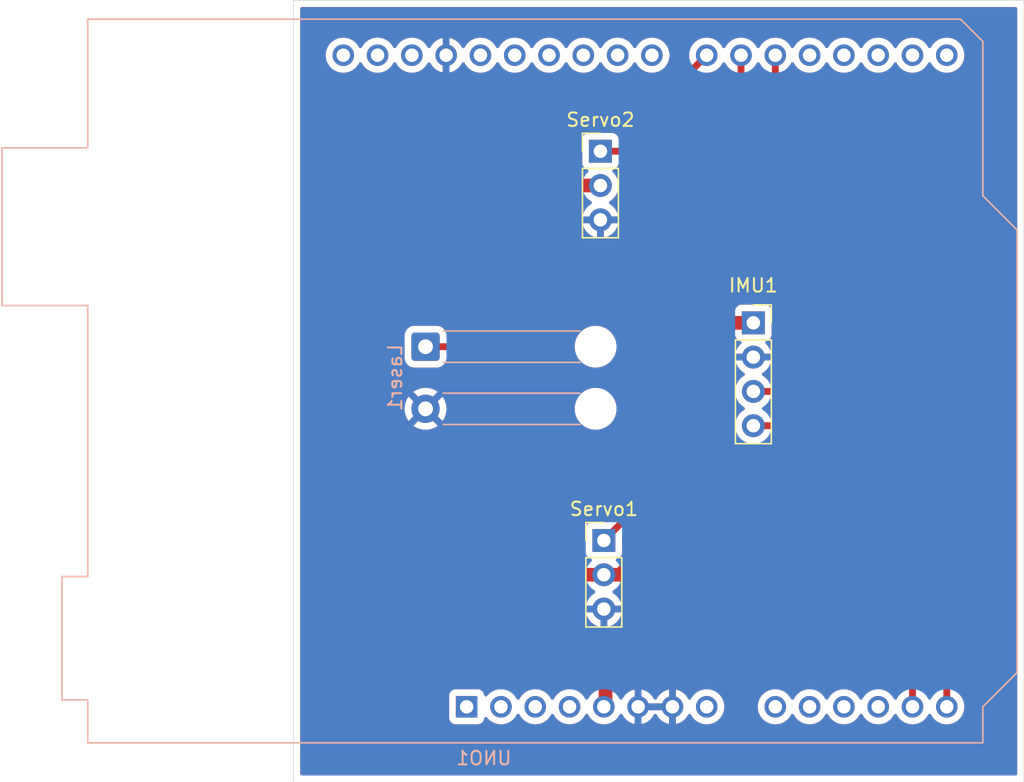
<source format=kicad_pcb>
(kicad_pcb (version 20240108) (generator "pcbnew") (generator_version "8.0")
  (layers (0 "F.Cu" signal) (31 "B.Cu" signal) (34 "B.Paste" user) (35 "F.Paste" user) (36 "B.SilkS" user "B.Silkscreen") (37 "F.SilkS" user "F.Silkscreen") (38 "B.Mask" user) (39 "F.Mask" user) (44 "Edge.Cuts" user))
  (net 0 "")
  (net 1 "+5V")
  (net 2 "GND")
  (net 3 "/IMU_SDA")
  (net 4 "/IMU_SCL")
  (net 5 "/LSR")
  (net 6 "/SV1")
  (net 7 "/SV2")
  (footprint "Connector_PinHeader_2.54mm:PinHeader_1x03_P2.54mm_Vertical" (layer "F.Cu") (at 175.895 54.864)
    (property "Reference" "Servo2" (at 0 -2.33 0) (layer "F.SilkS"))
    (property "Value" "Motor_Servo" (hide yes))
    (fp_line (start -1.33 -1.33) (end 0 -1.33) (stroke (width 0.12)) (layer "F.SilkS"))
    (fp_line (start -1.33 0) (end -1.33 -1.33) (stroke (width 0.12)) (layer "F.SilkS"))
    (fp_line (start -1.33 1.27) (end -1.33 6.41) (stroke (width 0.12)) (layer "F.SilkS"))
    (fp_line (start -1.33 1.27) (end 1.33 1.27) (stroke (width 0.12)) (layer "F.SilkS"))
    (fp_line (start -1.33 6.41) (end 1.33 6.41) (stroke (width 0.12)) (layer "F.SilkS"))
    (fp_line (start 1.33 1.27) (end 1.33 6.41) (stroke (width 0.12)) (layer "F.SilkS"))
    (pad "1" thru_hole rect (at 0 0) (size 1.7 1.7) (drill 1) (layers "*.Cu" "*.Mask") (net 7 "/SV2"))
    (pad "2" thru_hole oval (at 0 2.54) (size 1.7 1.7) (drill 1) (layers "*.Cu" "*.Mask") (net 1 "+5V"))
    (pad "3" thru_hole oval (at 0 5.08) (size 1.7 1.7) (drill 1) (layers "*.Cu" "*.Mask") (net 2 "GND"))
  )
  (footprint "Connector_PinSocket_2.54mm:PinSocket_1x04_P2.54mm_Vertical" (layer "F.Cu") (at 187.223 67.574)
    (property "Reference" "IMU1" (at 0 -2.77 0) (layer "F.SilkS"))
    (property "Value" "MPU-6050")
    (fp_line (start -1.33 1.27) (end -1.33 8.95) (stroke (width 0.12)) (layer "F.SilkS"))
    (fp_line (start -1.33 1.27) (end 1.33 1.27) (stroke (width 0.12)) (layer "F.SilkS"))
    (fp_line (start -1.33 8.95) (end 1.33 8.95) (stroke (width 0.12)) (layer "F.SilkS"))
    (fp_line (start 0 -1.33) (end 1.33 -1.33) (stroke (width 0.12)) (layer "F.SilkS"))
    (fp_line (start 1.33 -1.33) (end 1.33 0) (stroke (width 0.12)) (layer "F.SilkS"))
    (fp_line (start 1.33 1.27) (end 1.33 8.95) (stroke (width 0.12)) (layer "F.SilkS"))
    (pad "1" thru_hole rect (at 0 0) (size 1.7 1.7) (drill 1) (layers "*.Cu" "*.Mask") (net 1 "+5V"))
    (pad "2" thru_hole oval (at 0 2.54) (size 1.7 1.7) (drill 1) (layers "*.Cu" "*.Mask") (net 2 "GND"))
    (pad "3" thru_hole oval (at 0 5.08) (size 1.7 1.7) (drill 1) (layers "*.Cu" "*.Mask") (net 4 "/IMU_SCL"))
    (pad "4" thru_hole oval (at 0 7.62) (size 1.7 1.7) (drill 1) (layers "*.Cu" "*.Mask") (net 3 "/IMU_SDA"))
  )
  (footprint "Connector_PinHeader_2.54mm:PinHeader_1x03_P2.54mm_Vertical" (layer "F.Cu") (at 176.149 83.693)
    (property "Reference" "Servo1" (at 0 -2.33 0) (layer "F.SilkS"))
    (property "Value" "Motor_Servo" (hide yes))
    (fp_line (start -1.33 -1.33) (end 0 -1.33) (stroke (width 0.12)) (layer "F.SilkS"))
    (fp_line (start -1.33 0) (end -1.33 -1.33) (stroke (width 0.12)) (layer "F.SilkS"))
    (fp_line (start -1.33 1.27) (end -1.33 6.41) (stroke (width 0.12)) (layer "F.SilkS"))
    (fp_line (start -1.33 1.27) (end 1.33 1.27) (stroke (width 0.12)) (layer "F.SilkS"))
    (fp_line (start -1.33 6.41) (end 1.33 6.41) (stroke (width 0.12)) (layer "F.SilkS"))
    (fp_line (start 1.33 1.27) (end 1.33 6.41) (stroke (width 0.12)) (layer "F.SilkS"))
    (pad "1" thru_hole rect (at 0 0) (size 1.7 1.7) (drill 1) (layers "*.Cu" "*.Mask") (net 6 "/SV1"))
    (pad "2" thru_hole oval (at 0 2.54) (size 1.7 1.7) (drill 1) (layers "*.Cu" "*.Mask") (net 1 "+5V"))
    (pad "3" thru_hole oval (at 0 5.08) (size 1.7 1.7) (drill 1) (layers "*.Cu" "*.Mask") (net 2 "GND"))
  )
  (footprint "Connector_Wire:SolderWire-0.5sqmm_1x02_P4.6mm_D0.9mm_OD2.1mm_Relief" (layer "B.Cu") (at 162.941 69.342 -90)
    (property "Reference" "Laser1" (at 2.3 2.25 90) (layer "B.SilkS") (effects (justify mirror)))
    (property "Value" "Laser_Diode" (hide yes))
    (fp_line (start -1.16 -11.44) (end -1.16 -1.31) (stroke (width 0.12)) (layer "B.SilkS"))
    (fp_line (start 1.16 -11.44) (end 1.16 -1.31) (stroke (width 0.12)) (layer "B.SilkS"))
    (fp_line (start 3.44 -11.44) (end 3.44 -1.31) (stroke (width 0.12)) (layer "B.SilkS"))
    (fp_line (start 5.76 -11.44) (end 5.76 -1.31) (stroke (width 0.12)) (layer "B.SilkS"))
    (pad "" np_thru_hole circle (at 0 -12.6 270) (size 2.6 2.6) (drill 2.6) (layers "*.Cu" "*.Mask"))
    (pad "" np_thru_hole circle (at 4.6 -12.6 270) (size 2.6 2.6) (drill 2.6) (layers "*.Cu" "*.Mask"))
    (pad "1" thru_hole roundrect (at 0 0 270) (size 2.1 2.1) (drill 1.1) (layers "*.Cu" "*.Mask") (roundrect_rratio 0.119048) (net 5 "/LSR"))
    (pad "2" thru_hole circle (at 4.6 0 270) (size 2.1 2.1) (drill 1.1) (layers "*.Cu" "*.Mask") (net 2 "GND"))
  )
  (footprint "Module:Arduino_UNO_R3" (layer "B.Cu") (at 165.989 96.012)
    (property "Reference" "UNO1" (at 1.27 3.81 360) (layer "B.SilkS") (effects (justify mirror)))
    (property "Value" "Arduino_UNO_R3" (hide yes))
    (fp_line (start -34.42 -41.4) (end -34.42 -29.72) (stroke (width 0.12)) (layer "B.SilkS"))
    (fp_line (start -34.42 -29.72) (end -28.07 -29.72) (stroke (width 0.12)) (layer "B.SilkS"))
    (fp_line (start -29.97 -9.65) (end -29.97 -0.51) (stroke (width 0.12)) (layer "B.SilkS"))
    (fp_line (start -29.97 -0.51) (end -28.07 -0.51) (stroke (width 0.12)) (layer "B.SilkS"))
    (fp_line (start -28.07 -50.93) (end -28.07 -41.4) (stroke (width 0.12)) (layer "B.SilkS"))
    (fp_line (start -28.07 -41.4) (end -34.42 -41.4) (stroke (width 0.12)) (layer "B.SilkS"))
    (fp_line (start -28.07 -29.72) (end -28.07 -9.65) (stroke (width 0.12)) (layer "B.SilkS"))
    (fp_line (start -28.07 -9.65) (end -29.97 -9.65) (stroke (width 0.12)) (layer "B.SilkS"))
    (fp_line (start -28.07 -0.51) (end -28.07 2.67) (stroke (width 0.12)) (layer "B.SilkS"))
    (fp_line (start -28.07 2.67) (end 38.23 2.67) (stroke (width 0.12)) (layer "B.SilkS"))
    (fp_line (start 36.58 -50.93) (end -28.07 -50.93) (stroke (width 0.12)) (layer "B.SilkS"))
    (fp_line (start 38.23 -49.28) (end 36.58 -50.93) (stroke (width 0.12)) (layer "B.SilkS"))
    (fp_line (start 38.23 -37.85) (end 38.23 -49.28) (stroke (width 0.12)) (layer "B.SilkS"))
    (fp_line (start 38.23 0) (end 40.77 -2.54) (stroke (width 0.12)) (layer "B.SilkS"))
    (fp_line (start 38.23 2.67) (end 38.23 0) (stroke (width 0.12)) (layer "B.SilkS"))
    (fp_line (start 40.77 -35.31) (end 38.23 -37.85) (stroke (width 0.12)) (layer "B.SilkS"))
    (fp_line (start 40.77 -2.54) (end 40.77 -35.31) (stroke (width 0.12)) (layer "B.SilkS"))
    (pad "1" thru_hole rect (at 0 0 270) (size 1.6 1.6) (drill 1) (layers "*.Cu" "*.Mask"))
    (pad "2" thru_hole oval (at 2.54 0 270) (size 1.6 1.6) (drill 1) (layers "*.Cu" "*.Mask"))
    (pad "3" thru_hole oval (at 5.08 0 270) (size 1.6 1.6) (drill 1) (layers "*.Cu" "*.Mask"))
    (pad "4" thru_hole oval (at 7.62 0 270) (size 1.6 1.6) (drill 1) (layers "*.Cu" "*.Mask"))
    (pad "5" thru_hole oval (at 10.16 0 270) (size 1.6 1.6) (drill 1) (layers "*.Cu" "*.Mask") (net 1 "+5V"))
    (pad "6" thru_hole oval (at 12.7 0 270) (size 1.6 1.6) (drill 1) (layers "*.Cu" "*.Mask") (net 2 "GND"))
    (pad "7" thru_hole oval (at 15.24 0 270) (size 1.6 1.6) (drill 1) (layers "*.Cu" "*.Mask") (net 2 "GND"))
    (pad "8" thru_hole oval (at 17.78 0 270) (size 1.6 1.6) (drill 1) (layers "*.Cu" "*.Mask"))
    (pad "9" thru_hole oval (at 22.86 0 270) (size 1.6 1.6) (drill 1) (layers "*.Cu" "*.Mask"))
    (pad "10" thru_hole oval (at 25.4 0 270) (size 1.6 1.6) (drill 1) (layers "*.Cu" "*.Mask"))
    (pad "11" thru_hole oval (at 27.94 0 270) (size 1.6 1.6) (drill 1) (layers "*.Cu" "*.Mask"))
    (pad "12" thru_hole oval (at 30.48 0 270) (size 1.6 1.6) (drill 1) (layers "*.Cu" "*.Mask"))
    (pad "13" thru_hole oval (at 33.02 0 270) (size 1.6 1.6) (drill 1) (layers "*.Cu" "*.Mask") (net 3 "/IMU_SDA"))
    (pad "14" thru_hole oval (at 35.56 0 270) (size 1.6 1.6) (drill 1) (layers "*.Cu" "*.Mask") (net 4 "/IMU_SCL"))
    (pad "15" thru_hole oval (at 35.56 -48.26 270) (size 1.6 1.6) (drill 1) (layers "*.Cu" "*.Mask"))
    (pad "16" thru_hole oval (at 33.02 -48.26 270) (size 1.6 1.6) (drill 1) (layers "*.Cu" "*.Mask"))
    (pad "17" thru_hole oval (at 30.48 -48.26 270) (size 1.6 1.6) (drill 1) (layers "*.Cu" "*.Mask"))
    (pad "18" thru_hole oval (at 27.94 -48.26 270) (size 1.6 1.6) (drill 1) (layers "*.Cu" "*.Mask"))
    (pad "19" thru_hole oval (at 25.4 -48.26 270) (size 1.6 1.6) (drill 1) (layers "*.Cu" "*.Mask"))
    (pad "20" thru_hole oval (at 22.86 -48.26 270) (size 1.6 1.6) (drill 1) (layers "*.Cu" "*.Mask") (net 6 "/SV1"))
    (pad "21" thru_hole oval (at 20.32 -48.26 270) (size 1.6 1.6) (drill 1) (layers "*.Cu" "*.Mask") (net 7 "/SV2"))
    (pad "22" thru_hole oval (at 17.78 -48.26 270) (size 1.6 1.6) (drill 1) (layers "*.Cu" "*.Mask") (net 5 "/LSR"))
    (pad "23" thru_hole oval (at 13.72 -48.26 270) (size 1.6 1.6) (drill 1) (layers "*.Cu" "*.Mask"))
    (pad "24" thru_hole oval (at 11.18 -48.26 270) (size 1.6 1.6) (drill 1) (layers "*.Cu" "*.Mask"))
    (pad "25" thru_hole oval (at 8.64 -48.26 270) (size 1.6 1.6) (drill 1) (layers "*.Cu" "*.Mask"))
    (pad "26" thru_hole oval (at 6.1 -48.26 270) (size 1.6 1.6) (drill 1) (layers "*.Cu" "*.Mask"))
    (pad "27" thru_hole oval (at 3.56 -48.26 270) (size 1.6 1.6) (drill 1) (layers "*.Cu" "*.Mask"))
    (pad "28" thru_hole oval (at 1.02 -48.26 270) (size 1.6 1.6) (drill 1) (layers "*.Cu" "*.Mask"))
    (pad "29" thru_hole oval (at -1.52 -48.26 270) (size 1.6 1.6) (drill 1) (layers "*.Cu" "*.Mask") (net 2 "GND"))
    (pad "30" thru_hole oval (at -4.06 -48.26 270) (size 1.6 1.6) (drill 1) (layers "*.Cu" "*.Mask"))
    (pad "31" thru_hole oval (at -6.6 -48.26 270) (size 1.6 1.6) (drill 1) (layers "*.Cu" "*.Mask"))
    (pad "32" thru_hole oval (at -9.14 -48.26 270) (size 1.6 1.6) (drill 1) (layers "*.Cu" "*.Mask"))
  )
  (gr_rect (start 153.162 43.688) (end 207.264 101.6) (stroke (width 0.05)) (fill none) (layer "Edge.Cuts"))
  (segment (start 176.149 86.233) (end 177.351081 86.233) (width 1.016) (layer "F.Cu") (net 1))
  (segment (start 175.895 57.404) (end 174.244 57.404) (width 1.016) (layer "F.Cu") (net 1))
  (segment (start 185.029 67.574) (end 187.223 67.574) (width 1.016) (layer "F.Cu") (net 1))
  (segment (start 173.736 86.233) (end 176.149 86.233) (width 1.016) (layer "F.Cu") (net 1))
  (segment (start 171.45 88.519) (end 173.736 86.233) (width 1.016) (layer "F.Cu") (net 1))
  (segment (start 171.45 88.519) (end 171.577 88.646) (width 1.016) (layer "F.Cu") (net 1))
  (segment (start 174.244 57.404) (end 171.45 60.198) (width 1.016) (layer "F.Cu") (net 1))
  (segment (start 176.276 95.885) (end 176.276 93.345) (width 1.016) (layer "F.Cu") (net 1))
  (segment (start 171.45 60.198) (end 171.45 88.519) (width 1.016) (layer "F.Cu") (net 1))
  (segment (start 183.261 80.323081) (end 183.261 69.342) (width 1.016) (layer "F.Cu") (net 1))
  (segment (start 176.276 93.345) (end 171.577 88.646) (width 1.016) (layer "F.Cu") (net 1))
  (segment (start 176.149 96.012) (end 176.276 95.885) (width 1.016) (layer "F.Cu") (net 1))
  (segment (start 177.351081 86.233) (end 183.261 80.323081) (width 1.016) (layer "F.Cu") (net 1))
  (segment (start 183.261 69.342) (end 185.029 67.574) (width 1.016) (layer "F.Cu") (net 1))
  (segment (start 187.223 75.194) (end 189.748 75.194) (width 0.508) (layer "F.Cu") (net 3))
  (segment (start 199.009 84.455) (end 199.009 96.012) (width 0.508) (layer "F.Cu") (net 3))
  (segment (start 189.748 75.194) (end 199.009 84.455) (width 0.508) (layer "F.Cu") (net 3))
  (segment (start 201.549 83.82) (end 201.549 96.012) (width 0.508) (layer "F.Cu") (net 4))
  (segment (start 187.223 72.654) (end 190.383 72.654) (width 0.508) (layer "F.Cu") (net 4))
  (segment (start 190.383 72.654) (end 201.549 83.82) (width 0.508) (layer "F.Cu") (net 4))
  (segment (start 168.021 55.245) (end 168.021 65.913) (width 0.508) (layer "F.Cu") (net 5))
  (segment (start 168.021 65.913) (end 164.592 69.342) (width 0.508) (layer "F.Cu") (net 5))
  (segment (start 183.769 47.752) (end 180.975 50.546) (width 0.508) (layer "F.Cu") (net 5))
  (segment (start 172.72 50.546) (end 168.021 55.245) (width 0.508) (layer "F.Cu") (net 5))
  (segment (start 180.975 50.546) (end 172.72 50.546) (width 0.508) (layer "F.Cu") (net 5))
  (segment (start 164.592 69.342) (end 162.941 69.342) (width 0.508) (layer "F.Cu") (net 5))
  (segment (start 180.213 79.629) (end 180.213 59.69) (width 0.508) (layer "F.Cu") (net 6))
  (segment (start 180.213 59.69) (end 188.849 51.054) (width 0.508) (layer "F.Cu") (net 6))
  (segment (start 188.849 51.054) (end 188.849 47.752) (width 0.508) (layer "F.Cu") (net 6))
  (segment (start 176.149 83.693) (end 180.213 79.629) (width 0.508) (layer "F.Cu") (net 6))
  (segment (start 175.895 54.864) (end 181.483 54.864) (width 0.508) (layer "F.Cu") (net 7))
  (segment (start 186.309 50.038) (end 186.309 47.752) (width 0.508) (layer "F.Cu") (net 7))
  (segment (start 181.483 54.864) (end 186.309 50.038) (width 0.508) (layer "F.Cu") (net 7))
  (zone (net 2) (net_name "GND") (layer "F.Cu") (connect_pads (clearance 0.5)) (min_thickness 0.25) (fill yes (thermal_gap 0.5) (thermal_bridge_width 0.5))
    (polygon (pts (xy 153.162 43.688) (xy 207.264 43.688) (xy 207.264 101.6) (xy 153.162 101.6)))
  )
  (zone (net 2) (net_name "GND") (layer "B.Cu") (priority 1) (connect_pads (clearance 0.5)) (min_thickness 0.25) (fill yes (thermal_gap 0.5) (thermal_bridge_width 0.5))
    (polygon (pts (xy 153.162 43.688) (xy 207.264 43.688) (xy 207.264 101.6) (xy 153.162 101.6)))
  )
)
</source>
